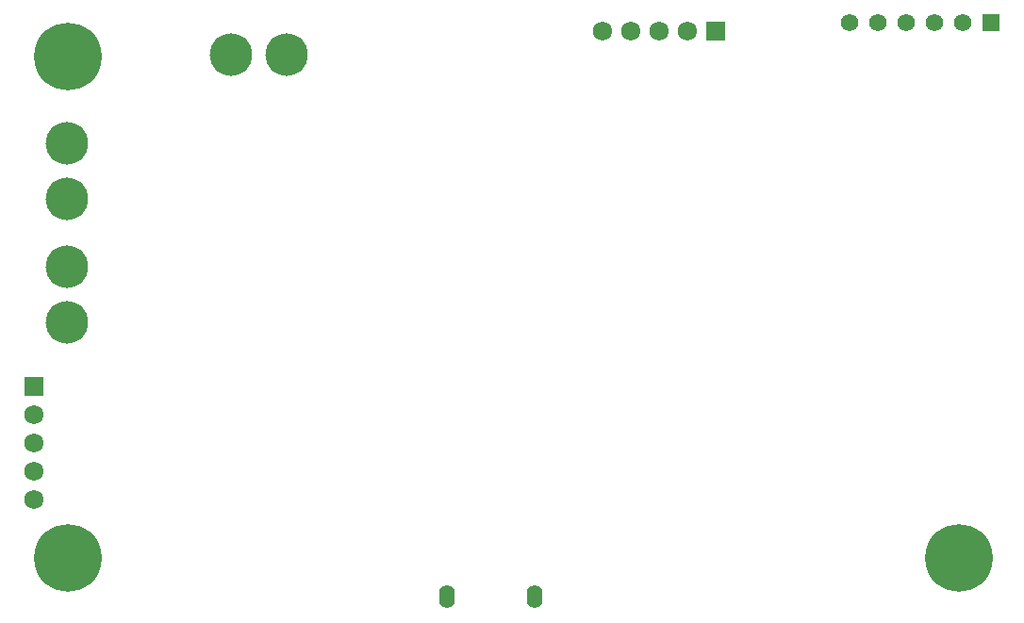
<source format=gbr>
%TF.GenerationSoftware,Altium Limited,Altium Designer,23.5.1 (21)*%
G04 Layer_Color=16711935*
%FSLAX45Y45*%
%MOMM*%
%TF.SameCoordinates,184668B5-E9FD-47B0-B020-163135FE076F*%
%TF.FilePolarity,Negative*%
%TF.FileFunction,Soldermask,Bot*%
%TF.Part,Single*%
G01*
G75*
%TA.AperFunction,ComponentPad*%
G04:AMPARAMS|DCode=51|XSize=2.1mm|YSize=1.4mm|CornerRadius=0.7mm|HoleSize=0mm|Usage=FLASHONLY|Rotation=90.000|XOffset=0mm|YOffset=0mm|HoleType=Round|Shape=RoundedRectangle|*
%AMROUNDEDRECTD51*
21,1,2.10000,0.00000,0,0,90.0*
21,1,0.70000,1.40000,0,0,90.0*
1,1,1.40000,0.00000,0.35000*
1,1,1.40000,0.00000,-0.35000*
1,1,1.40000,0.00000,-0.35000*
1,1,1.40000,0.00000,0.35000*
%
%ADD51ROUNDEDRECTD51*%
%ADD93C,3.82600*%
%ADD94C,1.72600*%
%ADD95R,1.72600X1.72600*%
%ADD96R,1.57600X1.57600*%
%ADD97C,1.57600*%
%ADD98R,1.72600X1.72600*%
%ADD99C,6.07600*%
D51*
X3905450Y152400D02*
D03*
X4695450D02*
D03*
D93*
X495300Y2611500D02*
D03*
Y3111500D02*
D03*
Y3721100D02*
D03*
Y4221100D02*
D03*
X2468500Y5016500D02*
D03*
X1968500D02*
D03*
D94*
X197650Y1023150D02*
D03*
Y1785150D02*
D03*
Y1531150D02*
D03*
Y1277150D02*
D03*
X6062980Y5232400D02*
D03*
X5808980D02*
D03*
X5300980D02*
D03*
X5554980D02*
D03*
D95*
X197650Y2039150D02*
D03*
D96*
X8789610Y5303520D02*
D03*
D97*
X8535610D02*
D03*
X8281610D02*
D03*
X8027610D02*
D03*
X7773610D02*
D03*
X7519610D02*
D03*
D98*
X6316980Y5232400D02*
D03*
D99*
X8500000Y500000D02*
D03*
X500000D02*
D03*
Y5000000D02*
D03*
%TF.MD5,ee761e51107c4047ad6c56546c4529dc*%
M02*

</source>
